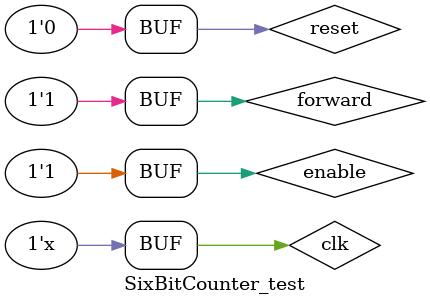
<source format=v>
`timescale 1ns / 1ps


module SixBitCounter_test;

	// Inputs
	reg enable=1;
	reg clk=0;
	reg reset=0;
	reg forward=1;

	// Outputs
	wire [5:0] out;
	wire finish;

	// Instantiate the Unit Under Test (UUT)
	SixBitCounter uut (
		.out(out), 
		.enable(enable), 
		.clk(clk),  
		.reset(reset), 
		.forward(forward), 
		.finish(finish)
	);

	always #5 clk=~clk;
	
	initial begin

	end
      
endmodule


</source>
